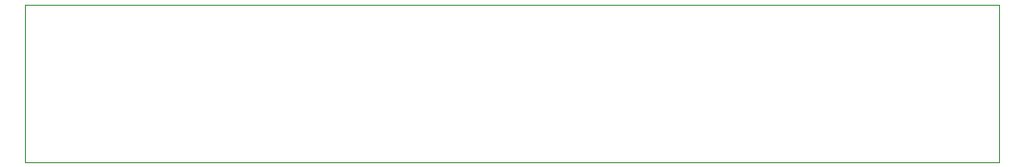
<source format=gbr>
%TF.GenerationSoftware,KiCad,Pcbnew,5.1.9+dfsg1-1*%
%TF.CreationDate,2021-05-25T15:49:57+02:00*%
%TF.ProjectId,single_din_bottom_rev_a,73696e67-6c65-45f6-9469-6e5f626f7474,rev?*%
%TF.SameCoordinates,Original*%
%TF.FileFunction,Profile,NP*%
%FSLAX46Y46*%
G04 Gerber Fmt 4.6, Leading zero omitted, Abs format (unit mm)*
G04 Created by KiCad (PCBNEW 5.1.9+dfsg1-1) date 2021-05-25 15:49:57*
%MOMM*%
%LPD*%
G01*
G04 APERTURE LIST*
%TA.AperFunction,Profile*%
%ADD10C,0.100000*%
%TD*%
G04 APERTURE END LIST*
D10*
X116000000Y-180000000D02*
X30000000Y-180000000D01*
X116000000Y-166000000D02*
X116000000Y-180000000D01*
X30000000Y-166000000D02*
X116000000Y-166000000D01*
X30000000Y-180000000D02*
X30000000Y-166000000D01*
M02*

</source>
